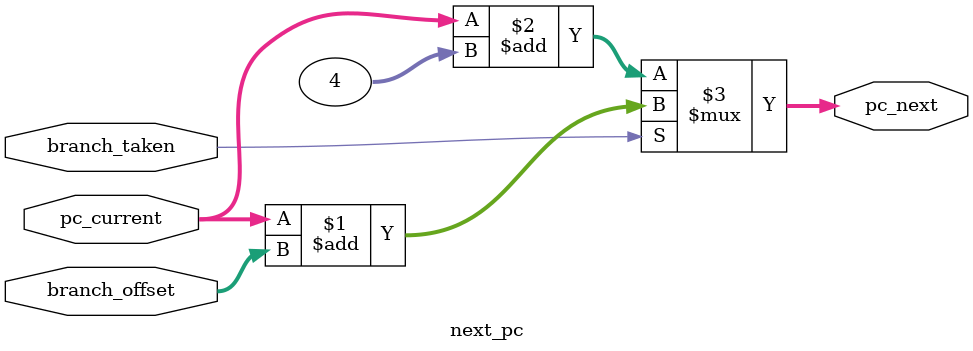
<source format=v>
module next_pc (
    input wire [31:0] pc_current,      // PC atual
    input wire [31:0] branch_offset,   // Offset para desvios (ex: bne, jal)
    input wire branch_taken,           // Controle: 1 = desvia
    output wire [31:0] pc_next         // Próximo PC
);
    // Lógica: PC+4 ou PC + offset (desvio)
    assign pc_next = branch_taken ? (pc_current + branch_offset) : (pc_current + 32'd4);
endmodule
</source>
